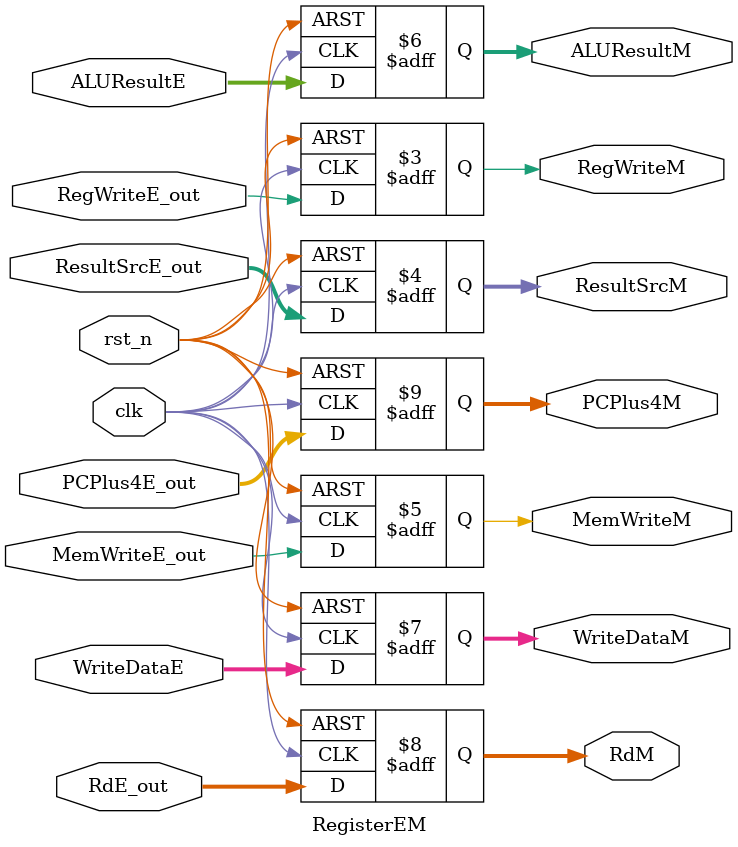
<source format=sv>
module RegisterEM(clk, rst_n, RegWriteE_out, ResultSrcE_out, MemWriteE_out, ALUResultE, WriteDataE, RdE_out, PCPlus4E_out,
                    RegWriteM, ResultSrcM, MemWriteM, ALUResultM, WriteDataM, RdM, PCPlus4M
);
    input  logic         clk;
    input  logic         rst_n;
    input  logic         RegWriteE_out;
    input  logic [1:  0] ResultSrcE_out;
    input  logic         MemWriteE_out;
    input  logic [31: 0] ALUResultE;
    input  logic [31: 0] WriteDataE;
    input  logic [4:0]   RdE_out;
    input  logic [31: 0] PCPlus4E_out;

    output logic         RegWriteM;
    output logic [1:  0] ResultSrcM;
    output logic         MemWriteM;
    output logic [31: 0] ALUResultM;
    output logic [31: 0] WriteDataM;
    output logic [4:0]   RdM;
    output logic [31: 0] PCPlus4M;

    //asynch. reset (active low)
    always_ff @(posedge clk or negedge rst_n) begin
        if (!rst_n) begin
            RegWriteM  <= 1'h0;
            ResultSrcM <= 32'h0;
            MemWriteM  <= 1'h0;
            ALUResultM <= 32'h0;
            WriteDataM <= 32'h0;
            RdM        <= 5'h0;
            PCPlus4M   <= 32'h0;
        end
        else begin
            RegWriteM  <= RegWriteE_out;
            ResultSrcM <= ResultSrcE_out;
            MemWriteM  <= MemWriteE_out;
            ALUResultM <= ALUResultE;
            WriteDataM <= WriteDataE;
            RdM        <= RdE_out;
            PCPlus4M   <= PCPlus4E_out;
        end
    end

endmodule
</source>
